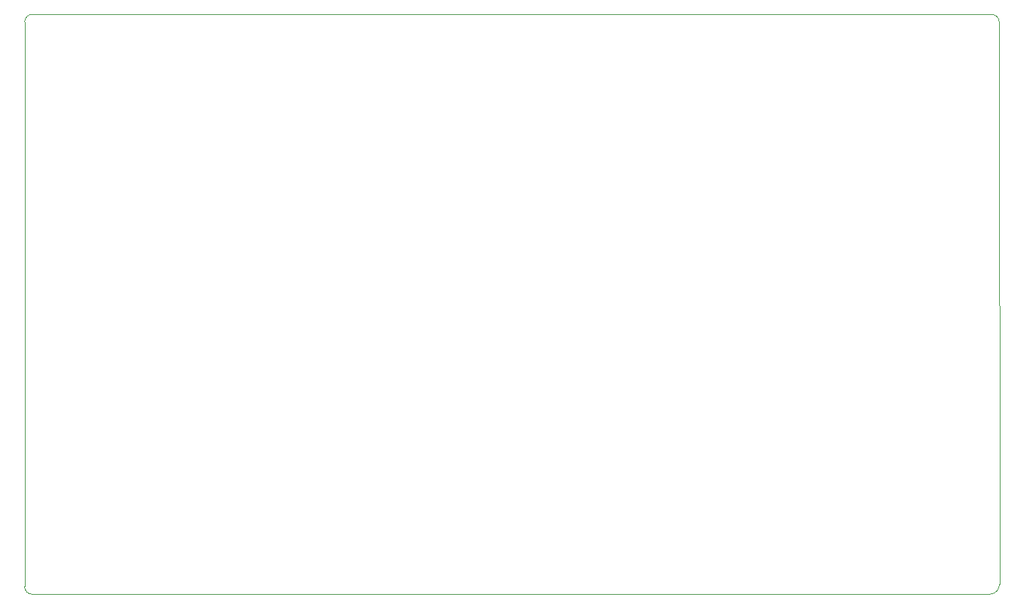
<source format=gm1>
%TF.GenerationSoftware,KiCad,Pcbnew,(6.0.7)*%
%TF.CreationDate,2022-11-19T11:38:32+01:00*%
%TF.ProjectId,placamaster,706c6163-616d-4617-9374-65722e6b6963,v01*%
%TF.SameCoordinates,Original*%
%TF.FileFunction,Profile,NP*%
%FSLAX46Y46*%
G04 Gerber Fmt 4.6, Leading zero omitted, Abs format (unit mm)*
G04 Created by KiCad (PCBNEW (6.0.7)) date 2022-11-19 11:38:32*
%MOMM*%
%LPD*%
G01*
G04 APERTURE LIST*
%TA.AperFunction,Profile*%
%ADD10C,0.050000*%
%TD*%
G04 APERTURE END LIST*
D10*
X39344600Y-74168000D02*
X39344600Y-81534000D01*
X39344600Y-61239400D02*
X39344600Y-69951600D01*
X39344600Y-71602600D02*
X39344600Y-74168000D01*
X39344600Y-47193200D02*
X39344600Y-49174400D01*
X39344600Y-102590600D02*
G75*
G03*
X40259000Y-103505000I914400J0D01*
G01*
X39344600Y-97917000D02*
X39344600Y-102590600D01*
X40259000Y-34493200D02*
G75*
G03*
X39344600Y-35407600I0J-914400D01*
G01*
X39344600Y-81534000D02*
X39344600Y-89077800D01*
X65963800Y-103505000D02*
X81356200Y-103505000D01*
X39344600Y-35407600D02*
X39344600Y-36728400D01*
X154396517Y-34494695D02*
X40259000Y-34493200D01*
X39344600Y-36728400D02*
X39344600Y-38963600D01*
X97663000Y-103505000D02*
X154179495Y-103506495D01*
X155310905Y-35409095D02*
G75*
G03*
X154396517Y-34494695I-914405J-5D01*
G01*
X154179495Y-103506491D02*
G75*
G03*
X155347895Y-102287295I-51895J1219191D01*
G01*
X40259000Y-103505000D02*
X50850800Y-103505000D01*
X39344600Y-38963600D02*
X39344600Y-39573200D01*
X155310917Y-35409095D02*
X155347895Y-102287295D01*
X50850800Y-103505000D02*
X65963800Y-103505000D01*
X81356200Y-103505000D02*
X97663000Y-103505000D01*
X39344600Y-39573200D02*
X39344600Y-47193200D01*
X39344600Y-49174400D02*
X39344600Y-61239400D01*
X39344600Y-69951600D02*
X39344600Y-71602600D01*
X39344600Y-89077800D02*
X39344600Y-97917000D01*
M02*

</source>
